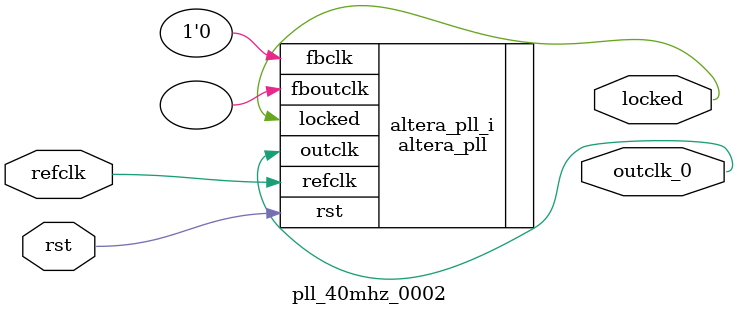
<source format=v>
`timescale 1ns/10ps
module  pll_40mhz_0002(

	// interface 'refclk'
	input wire refclk,

	// interface 'reset'
	input wire rst,

	// interface 'outclk0'
	output wire outclk_0,

	// interface 'locked'
	output wire locked
);

	altera_pll #(
		.fractional_vco_multiplier("false"),
		.reference_clock_frequency("50.0 MHz"),
		.operation_mode("direct"),
		.number_of_clocks(1),
		.output_clock_frequency0("40.000000 MHz"),
		.phase_shift0("0 ps"),
		.duty_cycle0(50),
		.output_clock_frequency1("0 MHz"),
		.phase_shift1("0 ps"),
		.duty_cycle1(50),
		.output_clock_frequency2("0 MHz"),
		.phase_shift2("0 ps"),
		.duty_cycle2(50),
		.output_clock_frequency3("0 MHz"),
		.phase_shift3("0 ps"),
		.duty_cycle3(50),
		.output_clock_frequency4("0 MHz"),
		.phase_shift4("0 ps"),
		.duty_cycle4(50),
		.output_clock_frequency5("0 MHz"),
		.phase_shift5("0 ps"),
		.duty_cycle5(50),
		.output_clock_frequency6("0 MHz"),
		.phase_shift6("0 ps"),
		.duty_cycle6(50),
		.output_clock_frequency7("0 MHz"),
		.phase_shift7("0 ps"),
		.duty_cycle7(50),
		.output_clock_frequency8("0 MHz"),
		.phase_shift8("0 ps"),
		.duty_cycle8(50),
		.output_clock_frequency9("0 MHz"),
		.phase_shift9("0 ps"),
		.duty_cycle9(50),
		.output_clock_frequency10("0 MHz"),
		.phase_shift10("0 ps"),
		.duty_cycle10(50),
		.output_clock_frequency11("0 MHz"),
		.phase_shift11("0 ps"),
		.duty_cycle11(50),
		.output_clock_frequency12("0 MHz"),
		.phase_shift12("0 ps"),
		.duty_cycle12(50),
		.output_clock_frequency13("0 MHz"),
		.phase_shift13("0 ps"),
		.duty_cycle13(50),
		.output_clock_frequency14("0 MHz"),
		.phase_shift14("0 ps"),
		.duty_cycle14(50),
		.output_clock_frequency15("0 MHz"),
		.phase_shift15("0 ps"),
		.duty_cycle15(50),
		.output_clock_frequency16("0 MHz"),
		.phase_shift16("0 ps"),
		.duty_cycle16(50),
		.output_clock_frequency17("0 MHz"),
		.phase_shift17("0 ps"),
		.duty_cycle17(50),
		.pll_type("General"),
		.pll_subtype("General")
	) altera_pll_i (
		.rst	(rst),
		.outclk	({outclk_0}),
		.locked	(locked),
		.fboutclk	( ),
		.fbclk	(1'b0),
		.refclk	(refclk)
	);
endmodule


</source>
